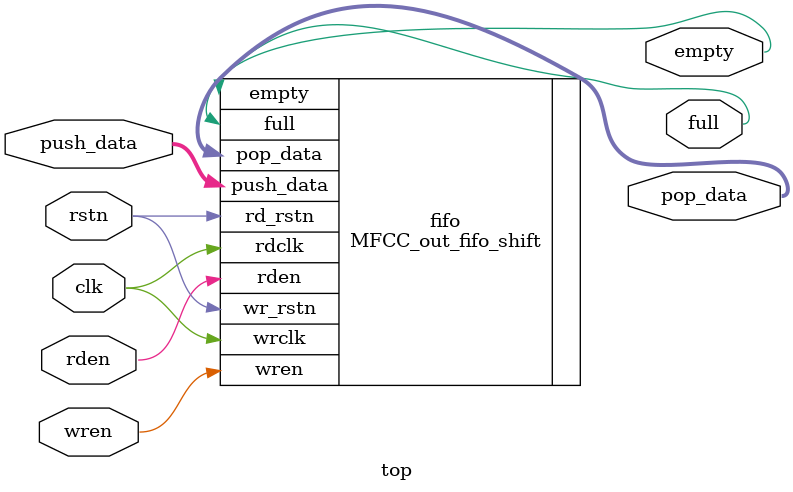
<source format=v>
`timescale 1ns / 1ps

module top#(
    parameter DEPTH  = 20    ,
    parameter DATA_W = 32
)(
input                      clk        ,
input                      rstn       ,

output                     empty        ,
output                     full         ,

input                      wren         ,
input      [DATA_W-1:0]    push_data    ,
input                      rden         ,
output reg [DATA_W-1:0]    pop_data    


);

MFCC_out_fifo_shift #(.DEPTH (20),.DATA_W(32)) fifo(
    .wrclk        (clk),
    .wr_rstn      (rstn),
    .rdclk        (clk),
    .rd_rstn      (rstn),
    .empty        (empty),
    .full         (full),

    .wren         (wren),
    .push_data    (push_data),
    .rden         (rden),
    .pop_data     (pop_data)
);

endmodule
</source>
